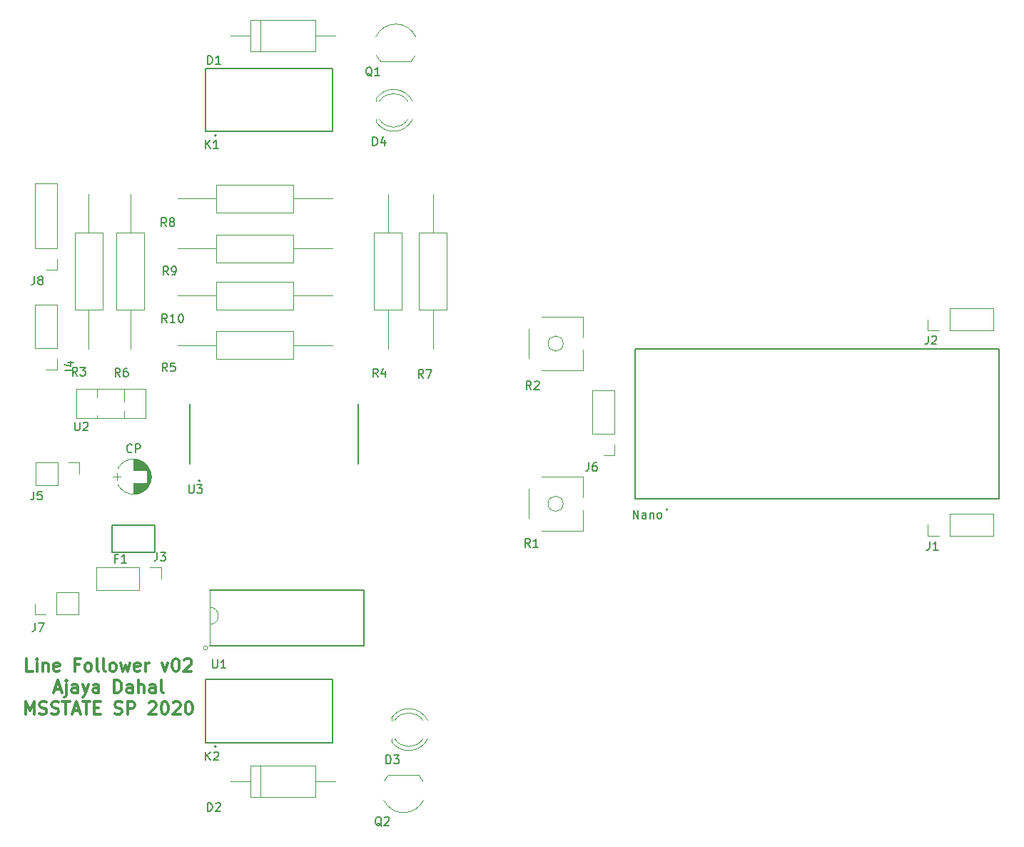
<source format=gbr>
G04 #@! TF.FileFunction,Legend,Top*
%FSLAX46Y46*%
G04 Gerber Fmt 4.6, Leading zero omitted, Abs format (unit mm)*
G04 Created by KiCad (PCBNEW 4.0.6) date 03/10/20 06:56:11*
%MOMM*%
%LPD*%
G01*
G04 APERTURE LIST*
%ADD10C,0.100000*%
%ADD11C,0.300000*%
%ADD12C,0.120000*%
%ADD13C,0.200000*%
%ADD14C,0.127000*%
%ADD15C,0.101600*%
%ADD16C,0.150000*%
G04 APERTURE END LIST*
D10*
D11*
X67438607Y-132382811D02*
X66724321Y-132382811D01*
X66724321Y-130882811D01*
X67938607Y-132382811D02*
X67938607Y-131382811D01*
X67938607Y-130882811D02*
X67867178Y-130954240D01*
X67938607Y-131025669D01*
X68010035Y-130954240D01*
X67938607Y-130882811D01*
X67938607Y-131025669D01*
X68652893Y-131382811D02*
X68652893Y-132382811D01*
X68652893Y-131525669D02*
X68724321Y-131454240D01*
X68867179Y-131382811D01*
X69081464Y-131382811D01*
X69224321Y-131454240D01*
X69295750Y-131597097D01*
X69295750Y-132382811D01*
X70581464Y-132311383D02*
X70438607Y-132382811D01*
X70152893Y-132382811D01*
X70010036Y-132311383D01*
X69938607Y-132168526D01*
X69938607Y-131597097D01*
X70010036Y-131454240D01*
X70152893Y-131382811D01*
X70438607Y-131382811D01*
X70581464Y-131454240D01*
X70652893Y-131597097D01*
X70652893Y-131739954D01*
X69938607Y-131882811D01*
X72938607Y-131597097D02*
X72438607Y-131597097D01*
X72438607Y-132382811D02*
X72438607Y-130882811D01*
X73152893Y-130882811D01*
X73938607Y-132382811D02*
X73795749Y-132311383D01*
X73724321Y-132239954D01*
X73652892Y-132097097D01*
X73652892Y-131668526D01*
X73724321Y-131525669D01*
X73795749Y-131454240D01*
X73938607Y-131382811D01*
X74152892Y-131382811D01*
X74295749Y-131454240D01*
X74367178Y-131525669D01*
X74438607Y-131668526D01*
X74438607Y-132097097D01*
X74367178Y-132239954D01*
X74295749Y-132311383D01*
X74152892Y-132382811D01*
X73938607Y-132382811D01*
X75295750Y-132382811D02*
X75152892Y-132311383D01*
X75081464Y-132168526D01*
X75081464Y-130882811D01*
X76081464Y-132382811D02*
X75938606Y-132311383D01*
X75867178Y-132168526D01*
X75867178Y-130882811D01*
X76867178Y-132382811D02*
X76724320Y-132311383D01*
X76652892Y-132239954D01*
X76581463Y-132097097D01*
X76581463Y-131668526D01*
X76652892Y-131525669D01*
X76724320Y-131454240D01*
X76867178Y-131382811D01*
X77081463Y-131382811D01*
X77224320Y-131454240D01*
X77295749Y-131525669D01*
X77367178Y-131668526D01*
X77367178Y-132097097D01*
X77295749Y-132239954D01*
X77224320Y-132311383D01*
X77081463Y-132382811D01*
X76867178Y-132382811D01*
X77867178Y-131382811D02*
X78152892Y-132382811D01*
X78438606Y-131668526D01*
X78724321Y-132382811D01*
X79010035Y-131382811D01*
X80152892Y-132311383D02*
X80010035Y-132382811D01*
X79724321Y-132382811D01*
X79581464Y-132311383D01*
X79510035Y-132168526D01*
X79510035Y-131597097D01*
X79581464Y-131454240D01*
X79724321Y-131382811D01*
X80010035Y-131382811D01*
X80152892Y-131454240D01*
X80224321Y-131597097D01*
X80224321Y-131739954D01*
X79510035Y-131882811D01*
X80867178Y-132382811D02*
X80867178Y-131382811D01*
X80867178Y-131668526D02*
X80938606Y-131525669D01*
X81010035Y-131454240D01*
X81152892Y-131382811D01*
X81295749Y-131382811D01*
X82795749Y-131382811D02*
X83152892Y-132382811D01*
X83510034Y-131382811D01*
X84367177Y-130882811D02*
X84510034Y-130882811D01*
X84652891Y-130954240D01*
X84724320Y-131025669D01*
X84795749Y-131168526D01*
X84867177Y-131454240D01*
X84867177Y-131811383D01*
X84795749Y-132097097D01*
X84724320Y-132239954D01*
X84652891Y-132311383D01*
X84510034Y-132382811D01*
X84367177Y-132382811D01*
X84224320Y-132311383D01*
X84152891Y-132239954D01*
X84081463Y-132097097D01*
X84010034Y-131811383D01*
X84010034Y-131454240D01*
X84081463Y-131168526D01*
X84152891Y-131025669D01*
X84224320Y-130954240D01*
X84367177Y-130882811D01*
X85438605Y-131025669D02*
X85510034Y-130954240D01*
X85652891Y-130882811D01*
X86010034Y-130882811D01*
X86152891Y-130954240D01*
X86224320Y-131025669D01*
X86295748Y-131168526D01*
X86295748Y-131311383D01*
X86224320Y-131525669D01*
X85367177Y-132382811D01*
X86295748Y-132382811D01*
X70081463Y-134504240D02*
X70795749Y-134504240D01*
X69938606Y-134932811D02*
X70438606Y-133432811D01*
X70938606Y-134932811D01*
X71438606Y-133932811D02*
X71438606Y-135218526D01*
X71367177Y-135361383D01*
X71224320Y-135432811D01*
X71152892Y-135432811D01*
X71438606Y-133432811D02*
X71367177Y-133504240D01*
X71438606Y-133575669D01*
X71510034Y-133504240D01*
X71438606Y-133432811D01*
X71438606Y-133575669D01*
X72795749Y-134932811D02*
X72795749Y-134147097D01*
X72724320Y-134004240D01*
X72581463Y-133932811D01*
X72295749Y-133932811D01*
X72152892Y-134004240D01*
X72795749Y-134861383D02*
X72652892Y-134932811D01*
X72295749Y-134932811D01*
X72152892Y-134861383D01*
X72081463Y-134718526D01*
X72081463Y-134575669D01*
X72152892Y-134432811D01*
X72295749Y-134361383D01*
X72652892Y-134361383D01*
X72795749Y-134289954D01*
X73367178Y-133932811D02*
X73724321Y-134932811D01*
X74081463Y-133932811D02*
X73724321Y-134932811D01*
X73581463Y-135289954D01*
X73510035Y-135361383D01*
X73367178Y-135432811D01*
X75295749Y-134932811D02*
X75295749Y-134147097D01*
X75224320Y-134004240D01*
X75081463Y-133932811D01*
X74795749Y-133932811D01*
X74652892Y-134004240D01*
X75295749Y-134861383D02*
X75152892Y-134932811D01*
X74795749Y-134932811D01*
X74652892Y-134861383D01*
X74581463Y-134718526D01*
X74581463Y-134575669D01*
X74652892Y-134432811D01*
X74795749Y-134361383D01*
X75152892Y-134361383D01*
X75295749Y-134289954D01*
X77152892Y-134932811D02*
X77152892Y-133432811D01*
X77510035Y-133432811D01*
X77724320Y-133504240D01*
X77867178Y-133647097D01*
X77938606Y-133789954D01*
X78010035Y-134075669D01*
X78010035Y-134289954D01*
X77938606Y-134575669D01*
X77867178Y-134718526D01*
X77724320Y-134861383D01*
X77510035Y-134932811D01*
X77152892Y-134932811D01*
X79295749Y-134932811D02*
X79295749Y-134147097D01*
X79224320Y-134004240D01*
X79081463Y-133932811D01*
X78795749Y-133932811D01*
X78652892Y-134004240D01*
X79295749Y-134861383D02*
X79152892Y-134932811D01*
X78795749Y-134932811D01*
X78652892Y-134861383D01*
X78581463Y-134718526D01*
X78581463Y-134575669D01*
X78652892Y-134432811D01*
X78795749Y-134361383D01*
X79152892Y-134361383D01*
X79295749Y-134289954D01*
X80010035Y-134932811D02*
X80010035Y-133432811D01*
X80652892Y-134932811D02*
X80652892Y-134147097D01*
X80581463Y-134004240D01*
X80438606Y-133932811D01*
X80224321Y-133932811D01*
X80081463Y-134004240D01*
X80010035Y-134075669D01*
X82010035Y-134932811D02*
X82010035Y-134147097D01*
X81938606Y-134004240D01*
X81795749Y-133932811D01*
X81510035Y-133932811D01*
X81367178Y-134004240D01*
X82010035Y-134861383D02*
X81867178Y-134932811D01*
X81510035Y-134932811D01*
X81367178Y-134861383D01*
X81295749Y-134718526D01*
X81295749Y-134575669D01*
X81367178Y-134432811D01*
X81510035Y-134361383D01*
X81867178Y-134361383D01*
X82010035Y-134289954D01*
X82938607Y-134932811D02*
X82795749Y-134861383D01*
X82724321Y-134718526D01*
X82724321Y-133432811D01*
X66617179Y-137482811D02*
X66617179Y-135982811D01*
X67117179Y-137054240D01*
X67617179Y-135982811D01*
X67617179Y-137482811D01*
X68260036Y-137411383D02*
X68474322Y-137482811D01*
X68831465Y-137482811D01*
X68974322Y-137411383D01*
X69045751Y-137339954D01*
X69117179Y-137197097D01*
X69117179Y-137054240D01*
X69045751Y-136911383D01*
X68974322Y-136839954D01*
X68831465Y-136768526D01*
X68545751Y-136697097D01*
X68402893Y-136625669D01*
X68331465Y-136554240D01*
X68260036Y-136411383D01*
X68260036Y-136268526D01*
X68331465Y-136125669D01*
X68402893Y-136054240D01*
X68545751Y-135982811D01*
X68902893Y-135982811D01*
X69117179Y-136054240D01*
X69688607Y-137411383D02*
X69902893Y-137482811D01*
X70260036Y-137482811D01*
X70402893Y-137411383D01*
X70474322Y-137339954D01*
X70545750Y-137197097D01*
X70545750Y-137054240D01*
X70474322Y-136911383D01*
X70402893Y-136839954D01*
X70260036Y-136768526D01*
X69974322Y-136697097D01*
X69831464Y-136625669D01*
X69760036Y-136554240D01*
X69688607Y-136411383D01*
X69688607Y-136268526D01*
X69760036Y-136125669D01*
X69831464Y-136054240D01*
X69974322Y-135982811D01*
X70331464Y-135982811D01*
X70545750Y-136054240D01*
X70974321Y-135982811D02*
X71831464Y-135982811D01*
X71402893Y-137482811D02*
X71402893Y-135982811D01*
X72260035Y-137054240D02*
X72974321Y-137054240D01*
X72117178Y-137482811D02*
X72617178Y-135982811D01*
X73117178Y-137482811D01*
X73402892Y-135982811D02*
X74260035Y-135982811D01*
X73831464Y-137482811D02*
X73831464Y-135982811D01*
X74760035Y-136697097D02*
X75260035Y-136697097D01*
X75474321Y-137482811D02*
X74760035Y-137482811D01*
X74760035Y-135982811D01*
X75474321Y-135982811D01*
X77188606Y-137411383D02*
X77402892Y-137482811D01*
X77760035Y-137482811D01*
X77902892Y-137411383D01*
X77974321Y-137339954D01*
X78045749Y-137197097D01*
X78045749Y-137054240D01*
X77974321Y-136911383D01*
X77902892Y-136839954D01*
X77760035Y-136768526D01*
X77474321Y-136697097D01*
X77331463Y-136625669D01*
X77260035Y-136554240D01*
X77188606Y-136411383D01*
X77188606Y-136268526D01*
X77260035Y-136125669D01*
X77331463Y-136054240D01*
X77474321Y-135982811D01*
X77831463Y-135982811D01*
X78045749Y-136054240D01*
X78688606Y-137482811D02*
X78688606Y-135982811D01*
X79260034Y-135982811D01*
X79402892Y-136054240D01*
X79474320Y-136125669D01*
X79545749Y-136268526D01*
X79545749Y-136482811D01*
X79474320Y-136625669D01*
X79402892Y-136697097D01*
X79260034Y-136768526D01*
X78688606Y-136768526D01*
X81260034Y-136125669D02*
X81331463Y-136054240D01*
X81474320Y-135982811D01*
X81831463Y-135982811D01*
X81974320Y-136054240D01*
X82045749Y-136125669D01*
X82117177Y-136268526D01*
X82117177Y-136411383D01*
X82045749Y-136625669D01*
X81188606Y-137482811D01*
X82117177Y-137482811D01*
X83045748Y-135982811D02*
X83188605Y-135982811D01*
X83331462Y-136054240D01*
X83402891Y-136125669D01*
X83474320Y-136268526D01*
X83545748Y-136554240D01*
X83545748Y-136911383D01*
X83474320Y-137197097D01*
X83402891Y-137339954D01*
X83331462Y-137411383D01*
X83188605Y-137482811D01*
X83045748Y-137482811D01*
X82902891Y-137411383D01*
X82831462Y-137339954D01*
X82760034Y-137197097D01*
X82688605Y-136911383D01*
X82688605Y-136554240D01*
X82760034Y-136268526D01*
X82831462Y-136125669D01*
X82902891Y-136054240D01*
X83045748Y-135982811D01*
X84117176Y-136125669D02*
X84188605Y-136054240D01*
X84331462Y-135982811D01*
X84688605Y-135982811D01*
X84831462Y-136054240D01*
X84902891Y-136125669D01*
X84974319Y-136268526D01*
X84974319Y-136411383D01*
X84902891Y-136625669D01*
X84045748Y-137482811D01*
X84974319Y-137482811D01*
X85902890Y-135982811D02*
X86045747Y-135982811D01*
X86188604Y-136054240D01*
X86260033Y-136125669D01*
X86331462Y-136268526D01*
X86402890Y-136554240D01*
X86402890Y-136911383D01*
X86331462Y-137197097D01*
X86260033Y-137339954D01*
X86188604Y-137411383D01*
X86045747Y-137482811D01*
X85902890Y-137482811D01*
X85760033Y-137411383D01*
X85688604Y-137339954D01*
X85617176Y-137197097D01*
X85545747Y-136911383D01*
X85545747Y-136554240D01*
X85617176Y-136268526D01*
X85688604Y-136125669D01*
X85760033Y-136054240D01*
X85902890Y-135982811D01*
D12*
X81265336Y-108306830D02*
G75*
G03X77572904Y-108306000I-1846436J-979170D01*
G01*
X81265336Y-110265170D02*
G75*
G02X77572904Y-110266000I-1846436J979170D01*
G01*
X81265336Y-110265170D02*
G75*
G03X81264896Y-108306000I-1846436J979170D01*
G01*
X79418900Y-110066000D02*
X79418900Y-111336000D01*
X79418900Y-107236000D02*
X79418900Y-108506000D01*
X79458900Y-107236000D02*
X79458900Y-108506000D01*
X79458900Y-110066000D02*
X79458900Y-111336000D01*
X79498900Y-107237000D02*
X79498900Y-108506000D01*
X79498900Y-110066000D02*
X79498900Y-111335000D01*
X79538900Y-107239000D02*
X79538900Y-108506000D01*
X79538900Y-110066000D02*
X79538900Y-111333000D01*
X79578900Y-107242000D02*
X79578900Y-108506000D01*
X79578900Y-110066000D02*
X79578900Y-111330000D01*
X79618900Y-107245000D02*
X79618900Y-108506000D01*
X79618900Y-110066000D02*
X79618900Y-111327000D01*
X79658900Y-107249000D02*
X79658900Y-108506000D01*
X79658900Y-110066000D02*
X79658900Y-111323000D01*
X79698900Y-107254000D02*
X79698900Y-108506000D01*
X79698900Y-110066000D02*
X79698900Y-111318000D01*
X79738900Y-107260000D02*
X79738900Y-108506000D01*
X79738900Y-110066000D02*
X79738900Y-111312000D01*
X79778900Y-107267000D02*
X79778900Y-108506000D01*
X79778900Y-110066000D02*
X79778900Y-111305000D01*
X79818900Y-107274000D02*
X79818900Y-108506000D01*
X79818900Y-110066000D02*
X79818900Y-111298000D01*
X79858900Y-107282000D02*
X79858900Y-108506000D01*
X79858900Y-110066000D02*
X79858900Y-111290000D01*
X79898900Y-107291000D02*
X79898900Y-108506000D01*
X79898900Y-110066000D02*
X79898900Y-111281000D01*
X79938900Y-107301000D02*
X79938900Y-108506000D01*
X79938900Y-110066000D02*
X79938900Y-111271000D01*
X79978900Y-107312000D02*
X79978900Y-108506000D01*
X79978900Y-110066000D02*
X79978900Y-111260000D01*
X80018900Y-107323000D02*
X80018900Y-108506000D01*
X80018900Y-110066000D02*
X80018900Y-111249000D01*
X80058900Y-107336000D02*
X80058900Y-108506000D01*
X80058900Y-110066000D02*
X80058900Y-111236000D01*
X80098900Y-107349000D02*
X80098900Y-108506000D01*
X80098900Y-110066000D02*
X80098900Y-111223000D01*
X80139900Y-107363000D02*
X80139900Y-108506000D01*
X80139900Y-110066000D02*
X80139900Y-111209000D01*
X80179900Y-107379000D02*
X80179900Y-108506000D01*
X80179900Y-110066000D02*
X80179900Y-111193000D01*
X80219900Y-107395000D02*
X80219900Y-108506000D01*
X80219900Y-110066000D02*
X80219900Y-111177000D01*
X80259900Y-107412000D02*
X80259900Y-108506000D01*
X80259900Y-110066000D02*
X80259900Y-111160000D01*
X80299900Y-107430000D02*
X80299900Y-108506000D01*
X80299900Y-110066000D02*
X80299900Y-111142000D01*
X80339900Y-107449000D02*
X80339900Y-108506000D01*
X80339900Y-110066000D02*
X80339900Y-111123000D01*
X80379900Y-107469000D02*
X80379900Y-108506000D01*
X80379900Y-110066000D02*
X80379900Y-111103000D01*
X80419900Y-107490000D02*
X80419900Y-108506000D01*
X80419900Y-110066000D02*
X80419900Y-111082000D01*
X80459900Y-107513000D02*
X80459900Y-108506000D01*
X80459900Y-110066000D02*
X80459900Y-111059000D01*
X80499900Y-107536000D02*
X80499900Y-108506000D01*
X80499900Y-110066000D02*
X80499900Y-111036000D01*
X80539900Y-107561000D02*
X80539900Y-108506000D01*
X80539900Y-110066000D02*
X80539900Y-111011000D01*
X80579900Y-107587000D02*
X80579900Y-108506000D01*
X80579900Y-110066000D02*
X80579900Y-110985000D01*
X80619900Y-107614000D02*
X80619900Y-108506000D01*
X80619900Y-110066000D02*
X80619900Y-110958000D01*
X80659900Y-107643000D02*
X80659900Y-108506000D01*
X80659900Y-110066000D02*
X80659900Y-110929000D01*
X80699900Y-107673000D02*
X80699900Y-108506000D01*
X80699900Y-110066000D02*
X80699900Y-110899000D01*
X80739900Y-107705000D02*
X80739900Y-108506000D01*
X80739900Y-110066000D02*
X80739900Y-110867000D01*
X80779900Y-107739000D02*
X80779900Y-108506000D01*
X80779900Y-110066000D02*
X80779900Y-110833000D01*
X80819900Y-107774000D02*
X80819900Y-108506000D01*
X80819900Y-110066000D02*
X80819900Y-110798000D01*
X80859900Y-107811000D02*
X80859900Y-108506000D01*
X80859900Y-110066000D02*
X80859900Y-110761000D01*
X80899900Y-107850000D02*
X80899900Y-108506000D01*
X80899900Y-110066000D02*
X80899900Y-110722000D01*
X80939900Y-107891000D02*
X80939900Y-108506000D01*
X80939900Y-110066000D02*
X80939900Y-110681000D01*
X80979900Y-107935000D02*
X80979900Y-110637000D01*
X81019900Y-107981000D02*
X81019900Y-110591000D01*
X81059900Y-108030000D02*
X81059900Y-110542000D01*
X81099900Y-108082000D02*
X81099900Y-110490000D01*
X81139900Y-108138000D02*
X81139900Y-110434000D01*
X81179900Y-108198000D02*
X81179900Y-110374000D01*
X81219900Y-108263000D02*
X81219900Y-110309000D01*
X81259900Y-108334000D02*
X81259900Y-110238000D01*
X81299900Y-108412000D02*
X81299900Y-110160000D01*
X81339900Y-108500000D02*
X81339900Y-110072000D01*
X81379900Y-108600000D02*
X81379900Y-109972000D01*
X81419900Y-108719000D02*
X81419900Y-109853000D01*
X81459900Y-108871000D02*
X81459900Y-109701000D01*
X81499900Y-109121000D02*
X81499900Y-109451000D01*
X76968900Y-109286000D02*
X77868900Y-109286000D01*
X77418900Y-108836000D02*
X77418900Y-109736000D01*
X93260000Y-55140000D02*
X93260000Y-58860000D01*
X93260000Y-58860000D02*
X100980000Y-58860000D01*
X100980000Y-58860000D02*
X100980000Y-55140000D01*
X100980000Y-55140000D02*
X93260000Y-55140000D01*
X90880000Y-57000000D02*
X93260000Y-57000000D01*
X103360000Y-57000000D02*
X100980000Y-57000000D01*
X94460000Y-55140000D02*
X94460000Y-58860000D01*
X93260000Y-143580000D02*
X93260000Y-147300000D01*
X93260000Y-147300000D02*
X100980000Y-147300000D01*
X100980000Y-147300000D02*
X100980000Y-143580000D01*
X100980000Y-143580000D02*
X93260000Y-143580000D01*
X90880000Y-145440000D02*
X93260000Y-145440000D01*
X103360000Y-145440000D02*
X100980000Y-145440000D01*
X94460000Y-143580000D02*
X94460000Y-147300000D01*
X114323242Y-138228276D02*
G75*
G03X110020000Y-137910251I-2243242J-1080724D01*
G01*
X114323242Y-140389724D02*
G75*
G02X110020000Y-140707749I-2243242J1080724D01*
G01*
X113762713Y-138228039D02*
G75*
G03X110396670Y-138229000I-1682713J-1080961D01*
G01*
X113762713Y-140389961D02*
G75*
G02X110396670Y-140389000I-1682713J1080961D01*
G01*
X110020000Y-137910000D02*
X110020000Y-138229000D01*
X110020000Y-140389000D02*
X110020000Y-140708000D01*
X112513242Y-64745876D02*
G75*
G03X108210000Y-64427851I-2243242J-1080724D01*
G01*
X112513242Y-66907324D02*
G75*
G02X108210000Y-67225349I-2243242J1080724D01*
G01*
X111952713Y-64745639D02*
G75*
G03X108586670Y-64746600I-1682713J-1080961D01*
G01*
X111952713Y-66907561D02*
G75*
G02X108586670Y-66906600I-1682713J1080961D01*
G01*
X108210000Y-64427600D02*
X108210000Y-64746600D01*
X108210000Y-66906600D02*
X108210000Y-67225600D01*
D13*
X81960500Y-118252000D02*
X76880500Y-118252000D01*
X76880500Y-118252000D02*
X76880500Y-115072000D01*
X76880500Y-115072000D02*
X81960500Y-115072000D01*
X81960500Y-115072000D02*
X81960500Y-118252000D01*
D12*
X181410000Y-116330000D02*
X181410000Y-113670000D01*
X176270000Y-116330000D02*
X181410000Y-116330000D01*
X176270000Y-113670000D02*
X181410000Y-113670000D01*
X176270000Y-116330000D02*
X176270000Y-113670000D01*
X175000000Y-116330000D02*
X173670000Y-116330000D01*
X173670000Y-116330000D02*
X173670000Y-115000000D01*
X181410000Y-91967400D02*
X181410000Y-89307400D01*
X176270000Y-91967400D02*
X181410000Y-91967400D01*
X176270000Y-89307400D02*
X181410000Y-89307400D01*
X176270000Y-91967400D02*
X176270000Y-89307400D01*
X175000000Y-91967400D02*
X173670000Y-91967400D01*
X173670000Y-91967400D02*
X173670000Y-90637400D01*
X74981800Y-120072000D02*
X74981800Y-122732000D01*
X80121800Y-120072000D02*
X74981800Y-120072000D01*
X80121800Y-122732000D02*
X74981800Y-122732000D01*
X80121800Y-120072000D02*
X80121800Y-122732000D01*
X81391800Y-120072000D02*
X82721800Y-120072000D01*
X82721800Y-120072000D02*
X82721800Y-121402000D01*
X70341800Y-88890800D02*
X67681800Y-88890800D01*
X70341800Y-94030800D02*
X70341800Y-88890800D01*
X67681800Y-94030800D02*
X67681800Y-88890800D01*
X70341800Y-94030800D02*
X67681800Y-94030800D01*
X70341800Y-95300800D02*
X70341800Y-96630800D01*
X70341800Y-96630800D02*
X69011800Y-96630800D01*
X67798600Y-107611000D02*
X67798600Y-110271000D01*
X70398600Y-107611000D02*
X67798600Y-107611000D01*
X70398600Y-110271000D02*
X67798600Y-110271000D01*
X70398600Y-107611000D02*
X70398600Y-110271000D01*
X71668600Y-107611000D02*
X72998600Y-107611000D01*
X72998600Y-107611000D02*
X72998600Y-108941000D01*
X136509000Y-99051000D02*
X133849000Y-99051000D01*
X136509000Y-104191000D02*
X136509000Y-99051000D01*
X133849000Y-104191000D02*
X133849000Y-99051000D01*
X136509000Y-104191000D02*
X133849000Y-104191000D01*
X136509000Y-105461000D02*
X136509000Y-106791000D01*
X136509000Y-106791000D02*
X135179000Y-106791000D01*
X72897000Y-125663000D02*
X72897000Y-123003000D01*
X70297000Y-125663000D02*
X72897000Y-125663000D01*
X70297000Y-123003000D02*
X72897000Y-123003000D01*
X70297000Y-125663000D02*
X70297000Y-123003000D01*
X69027000Y-125663000D02*
X67697000Y-125663000D01*
X67697000Y-125663000D02*
X67697000Y-124333000D01*
X70367200Y-74489000D02*
X67707200Y-74489000D01*
X70367200Y-82169000D02*
X70367200Y-74489000D01*
X67707200Y-82169000D02*
X67707200Y-74489000D01*
X70367200Y-82169000D02*
X67707200Y-82169000D01*
X70367200Y-83439000D02*
X70367200Y-84769000D01*
X70367200Y-84769000D02*
X69037200Y-84769000D01*
D14*
X88000000Y-68350000D02*
X88000000Y-60850000D01*
X88000000Y-60850000D02*
X103000000Y-60850000D01*
X103000000Y-60850000D02*
X103000000Y-68350000D01*
X103000000Y-68350000D02*
X88000000Y-68350000D01*
D13*
X89230000Y-68800000D02*
G75*
G03X89230000Y-68800000I-100000J0D01*
G01*
D14*
X88000000Y-140850000D02*
X88000000Y-133350000D01*
X88000000Y-133350000D02*
X103000000Y-133350000D01*
X103000000Y-133350000D02*
X103000000Y-140850000D01*
X103000000Y-140850000D02*
X88000000Y-140850000D01*
D13*
X89230000Y-141300000D02*
G75*
G03X89230000Y-141300000I-100000J0D01*
G01*
D12*
X108740000Y-60036300D02*
X112340000Y-60036300D01*
X108215816Y-59309095D02*
G75*
G03X108740000Y-60036300I2324184J1122795D01*
G01*
X108183600Y-57087493D02*
G75*
G02X110540000Y-55586300I2356400J-1098807D01*
G01*
X112896400Y-57087493D02*
G75*
G03X110540000Y-55586300I-2356400J-1098807D01*
G01*
X112864184Y-59309095D02*
G75*
G02X112340000Y-60036300I-2324184J1122795D01*
G01*
X113260000Y-144718000D02*
X109660000Y-144718000D01*
X113784184Y-145445205D02*
G75*
G03X113260000Y-144718000I-2324184J-1122795D01*
G01*
X113816400Y-147666807D02*
G75*
G02X111460000Y-149168000I-2356400J1098807D01*
G01*
X109103600Y-147666807D02*
G75*
G03X111460000Y-149168000I2356400J1098807D01*
G01*
X109135816Y-145445205D02*
G75*
G02X109660000Y-144718000I2324184J-1122795D01*
G01*
X130400000Y-112500000D02*
G75*
G03X130400000Y-112500000I-900000J0D01*
G01*
X127873000Y-109290000D02*
X132710000Y-109290000D01*
X127873000Y-115710000D02*
X132710000Y-115710000D01*
X126290000Y-110758000D02*
X126290000Y-114243000D01*
X132710000Y-109290000D02*
X132710000Y-111743000D01*
X132710000Y-113258000D02*
X132710000Y-115710000D01*
X130400000Y-93500000D02*
G75*
G03X130400000Y-93500000I-900000J0D01*
G01*
X127873000Y-90290000D02*
X132710000Y-90290000D01*
X127873000Y-96710000D02*
X132710000Y-96710000D01*
X126290000Y-91758000D02*
X126290000Y-95243000D01*
X132710000Y-90290000D02*
X132710000Y-92743000D01*
X132710000Y-94258000D02*
X132710000Y-96710000D01*
X72442000Y-89486400D02*
X75762000Y-89486400D01*
X75762000Y-89486400D02*
X75762000Y-80366400D01*
X75762000Y-80366400D02*
X72442000Y-80366400D01*
X72442000Y-80366400D02*
X72442000Y-89486400D01*
X74102000Y-94106400D02*
X74102000Y-89486400D01*
X74102000Y-75746400D02*
X74102000Y-80366400D01*
X107951000Y-89486400D02*
X111271000Y-89486400D01*
X111271000Y-89486400D02*
X111271000Y-80366400D01*
X111271000Y-80366400D02*
X107951000Y-80366400D01*
X107951000Y-80366400D02*
X107951000Y-89486400D01*
X109611000Y-94106400D02*
X109611000Y-89486400D01*
X109611000Y-75746400D02*
X109611000Y-80366400D01*
X89264000Y-92040600D02*
X89264000Y-95360600D01*
X89264000Y-95360600D02*
X98384000Y-95360600D01*
X98384000Y-95360600D02*
X98384000Y-92040600D01*
X98384000Y-92040600D02*
X89264000Y-92040600D01*
X84644000Y-93700600D02*
X89264000Y-93700600D01*
X103004000Y-93700600D02*
X98384000Y-93700600D01*
X77395000Y-89486400D02*
X80715000Y-89486400D01*
X80715000Y-89486400D02*
X80715000Y-80366400D01*
X80715000Y-80366400D02*
X77395000Y-80366400D01*
X77395000Y-80366400D02*
X77395000Y-89486400D01*
X79055000Y-94106400D02*
X79055000Y-89486400D01*
X79055000Y-75746400D02*
X79055000Y-80366400D01*
X113290000Y-89486400D02*
X116610000Y-89486400D01*
X116610000Y-89486400D02*
X116610000Y-80366400D01*
X116610000Y-80366400D02*
X113290000Y-80366400D01*
X113290000Y-80366400D02*
X113290000Y-89486400D01*
X114950000Y-94106400D02*
X114950000Y-89486400D01*
X114950000Y-75746400D02*
X114950000Y-80366400D01*
X89264000Y-74646700D02*
X89264000Y-77966700D01*
X89264000Y-77966700D02*
X98384000Y-77966700D01*
X98384000Y-77966700D02*
X98384000Y-74646700D01*
X98384000Y-74646700D02*
X89264000Y-74646700D01*
X84644000Y-76306700D02*
X89264000Y-76306700D01*
X103004000Y-76306700D02*
X98384000Y-76306700D01*
X89264000Y-80570000D02*
X89264000Y-83890000D01*
X89264000Y-83890000D02*
X98384000Y-83890000D01*
X98384000Y-83890000D02*
X98384000Y-80570000D01*
X98384000Y-80570000D02*
X89264000Y-80570000D01*
X84644000Y-82230000D02*
X89264000Y-82230000D01*
X103004000Y-82230000D02*
X98384000Y-82230000D01*
X89264000Y-86158000D02*
X89264000Y-89478000D01*
X89264000Y-89478000D02*
X98384000Y-89478000D01*
X98384000Y-89478000D02*
X98384000Y-86158000D01*
X98384000Y-86158000D02*
X89264000Y-86158000D01*
X84644000Y-87818000D02*
X89264000Y-87818000D01*
X103004000Y-87818000D02*
X98384000Y-87818000D01*
D13*
X142800000Y-113200000D02*
G75*
G03X142800000Y-113200000I-100000J0D01*
G01*
D14*
X138910000Y-111890000D02*
X138910000Y-94110000D01*
X138910000Y-94110000D02*
X182090000Y-94110000D01*
X182090000Y-94110000D02*
X182090000Y-111890000D01*
X182090000Y-111890000D02*
X138910000Y-111890000D01*
D15*
X88468200Y-126822000D02*
G75*
G03X88468200Y-124790000I0J1016000D01*
G01*
X88214200Y-129616000D02*
G75*
G03X88214200Y-129616000I-254000J0D01*
G01*
D16*
X106756200Y-129362000D02*
X88468200Y-129362000D01*
X106756200Y-122758000D02*
X106756200Y-129362000D01*
X88468200Y-122758000D02*
X106756200Y-122758000D01*
D15*
X88468200Y-129362000D02*
X88468200Y-122758000D01*
D12*
X72608300Y-98850000D02*
X80848300Y-98850000D01*
X72608300Y-102340000D02*
X80848300Y-102340000D01*
X72608300Y-98850000D02*
X72608300Y-102340000D01*
X80848300Y-98850000D02*
X80848300Y-102340000D01*
X75128300Y-98850000D02*
X75128300Y-99920000D01*
X75128300Y-102020000D02*
X75128300Y-102340000D01*
X78329300Y-98850000D02*
X78329300Y-100430000D01*
X78329300Y-101510000D02*
X78329300Y-102340000D01*
D13*
X87323600Y-109767000D02*
G75*
G03X87323600Y-109767000I-100000J0D01*
G01*
D14*
X86113600Y-107792000D02*
X86113600Y-100692000D01*
X106113600Y-107792000D02*
X106113600Y-100692000D01*
D16*
X79228424Y-106333143D02*
X79180805Y-106380762D01*
X79037948Y-106428381D01*
X78942710Y-106428381D01*
X78799852Y-106380762D01*
X78704614Y-106285524D01*
X78656995Y-106190286D01*
X78609376Y-105999810D01*
X78609376Y-105856952D01*
X78656995Y-105666476D01*
X78704614Y-105571238D01*
X78799852Y-105476000D01*
X78942710Y-105428381D01*
X79037948Y-105428381D01*
X79180805Y-105476000D01*
X79228424Y-105523619D01*
X79656995Y-106428381D02*
X79656995Y-105428381D01*
X80037948Y-105428381D01*
X80133186Y-105476000D01*
X80180805Y-105523619D01*
X80228424Y-105618857D01*
X80228424Y-105761714D01*
X80180805Y-105856952D01*
X80133186Y-105904571D01*
X80037948Y-105952190D01*
X79656995Y-105952190D01*
X88206865Y-60335421D02*
X88206865Y-59335421D01*
X88444960Y-59335421D01*
X88587818Y-59383040D01*
X88683056Y-59478278D01*
X88730675Y-59573516D01*
X88778294Y-59763992D01*
X88778294Y-59906850D01*
X88730675Y-60097326D01*
X88683056Y-60192564D01*
X88587818Y-60287802D01*
X88444960Y-60335421D01*
X88206865Y-60335421D01*
X89730675Y-60335421D02*
X89159246Y-60335421D01*
X89444960Y-60335421D02*
X89444960Y-59335421D01*
X89349722Y-59478278D01*
X89254484Y-59573516D01*
X89159246Y-59621135D01*
X88196705Y-148981021D02*
X88196705Y-147981021D01*
X88434800Y-147981021D01*
X88577658Y-148028640D01*
X88672896Y-148123878D01*
X88720515Y-148219116D01*
X88768134Y-148409592D01*
X88768134Y-148552450D01*
X88720515Y-148742926D01*
X88672896Y-148838164D01*
X88577658Y-148933402D01*
X88434800Y-148981021D01*
X88196705Y-148981021D01*
X89149086Y-148076259D02*
X89196705Y-148028640D01*
X89291943Y-147981021D01*
X89530039Y-147981021D01*
X89625277Y-148028640D01*
X89672896Y-148076259D01*
X89720515Y-148171497D01*
X89720515Y-148266735D01*
X89672896Y-148409592D01*
X89101467Y-148981021D01*
X89720515Y-148981021D01*
X109401345Y-143352941D02*
X109401345Y-142352941D01*
X109639440Y-142352941D01*
X109782298Y-142400560D01*
X109877536Y-142495798D01*
X109925155Y-142591036D01*
X109972774Y-142781512D01*
X109972774Y-142924370D01*
X109925155Y-143114846D01*
X109877536Y-143210084D01*
X109782298Y-143305322D01*
X109639440Y-143352941D01*
X109401345Y-143352941D01*
X110306107Y-142352941D02*
X110925155Y-142352941D01*
X110591821Y-142733893D01*
X110734679Y-142733893D01*
X110829917Y-142781512D01*
X110877536Y-142829131D01*
X110925155Y-142924370D01*
X110925155Y-143162465D01*
X110877536Y-143257703D01*
X110829917Y-143305322D01*
X110734679Y-143352941D01*
X110448964Y-143352941D01*
X110353726Y-143305322D01*
X110306107Y-143257703D01*
X107811345Y-69987381D02*
X107811345Y-68987381D01*
X108049440Y-68987381D01*
X108192298Y-69035000D01*
X108287536Y-69130238D01*
X108335155Y-69225476D01*
X108382774Y-69415952D01*
X108382774Y-69558810D01*
X108335155Y-69749286D01*
X108287536Y-69844524D01*
X108192298Y-69939762D01*
X108049440Y-69987381D01*
X107811345Y-69987381D01*
X109239917Y-69320714D02*
X109239917Y-69987381D01*
X109001821Y-68939762D02*
X108763726Y-69654048D01*
X109382774Y-69654048D01*
X77512607Y-119003331D02*
X77179273Y-119003331D01*
X77179273Y-119527141D02*
X77179273Y-118527141D01*
X77655464Y-118527141D01*
X78560226Y-119527141D02*
X77988797Y-119527141D01*
X78274511Y-119527141D02*
X78274511Y-118527141D01*
X78179273Y-118669998D01*
X78084035Y-118765236D01*
X77988797Y-118812855D01*
X173890347Y-116993421D02*
X173890347Y-117707707D01*
X173842727Y-117850564D01*
X173747489Y-117945802D01*
X173604632Y-117993421D01*
X173509394Y-117993421D01*
X174890347Y-117993421D02*
X174318918Y-117993421D01*
X174604632Y-117993421D02*
X174604632Y-116993421D01*
X174509394Y-117136278D01*
X174414156Y-117231516D01*
X174318918Y-117279135D01*
X173692227Y-92584061D02*
X173692227Y-93298347D01*
X173644607Y-93441204D01*
X173549369Y-93536442D01*
X173406512Y-93584061D01*
X173311274Y-93584061D01*
X174120798Y-92679299D02*
X174168417Y-92631680D01*
X174263655Y-92584061D01*
X174501751Y-92584061D01*
X174596989Y-92631680D01*
X174644608Y-92679299D01*
X174692227Y-92774537D01*
X174692227Y-92869775D01*
X174644608Y-93012632D01*
X174073179Y-93584061D01*
X174692227Y-93584061D01*
X82207707Y-118279621D02*
X82207707Y-118993907D01*
X82160087Y-119136764D01*
X82064849Y-119232002D01*
X81921992Y-119279621D01*
X81826754Y-119279621D01*
X82588659Y-118279621D02*
X83207707Y-118279621D01*
X82874373Y-118660573D01*
X83017231Y-118660573D01*
X83112469Y-118708192D01*
X83160088Y-118755811D01*
X83207707Y-118851050D01*
X83207707Y-119089145D01*
X83160088Y-119184383D01*
X83112469Y-119232002D01*
X83017231Y-119279621D01*
X82731516Y-119279621D01*
X82636278Y-119232002D01*
X82588659Y-119184383D01*
X71252981Y-96636053D02*
X71967267Y-96636053D01*
X72110124Y-96683673D01*
X72205362Y-96778911D01*
X72252981Y-96921768D01*
X72252981Y-97017006D01*
X71586314Y-95731291D02*
X72252981Y-95731291D01*
X71205362Y-95969387D02*
X71919648Y-96207482D01*
X71919648Y-95588434D01*
X67576067Y-111040061D02*
X67576067Y-111754347D01*
X67528447Y-111897204D01*
X67433209Y-111992442D01*
X67290352Y-112040061D01*
X67195114Y-112040061D01*
X68528448Y-111040061D02*
X68052257Y-111040061D01*
X68004638Y-111516251D01*
X68052257Y-111468632D01*
X68147495Y-111421013D01*
X68385591Y-111421013D01*
X68480829Y-111468632D01*
X68528448Y-111516251D01*
X68576067Y-111611490D01*
X68576067Y-111849585D01*
X68528448Y-111944823D01*
X68480829Y-111992442D01*
X68385591Y-112040061D01*
X68147495Y-112040061D01*
X68052257Y-111992442D01*
X68004638Y-111944823D01*
X133428347Y-107626101D02*
X133428347Y-108340387D01*
X133380727Y-108483244D01*
X133285489Y-108578482D01*
X133142632Y-108626101D01*
X133047394Y-108626101D01*
X134333109Y-107626101D02*
X134142632Y-107626101D01*
X134047394Y-107673720D01*
X133999775Y-107721339D01*
X133904537Y-107864196D01*
X133856918Y-108054672D01*
X133856918Y-108435625D01*
X133904537Y-108530863D01*
X133952156Y-108578482D01*
X134047394Y-108626101D01*
X134237871Y-108626101D01*
X134333109Y-108578482D01*
X134380728Y-108530863D01*
X134428347Y-108435625D01*
X134428347Y-108197530D01*
X134380728Y-108102291D01*
X134333109Y-108054672D01*
X134237871Y-108007053D01*
X134047394Y-108007053D01*
X133952156Y-108054672D01*
X133904537Y-108102291D01*
X133856918Y-108197530D01*
X67738627Y-126635261D02*
X67738627Y-127349547D01*
X67691007Y-127492404D01*
X67595769Y-127587642D01*
X67452912Y-127635261D01*
X67357674Y-127635261D01*
X68119579Y-126635261D02*
X68786246Y-126635261D01*
X68357674Y-127635261D01*
X67672627Y-85512661D02*
X67672627Y-86226947D01*
X67625007Y-86369804D01*
X67529769Y-86465042D01*
X67386912Y-86512661D01*
X67291674Y-86512661D01*
X68291674Y-85941232D02*
X68196436Y-85893613D01*
X68148817Y-85845994D01*
X68101198Y-85750756D01*
X68101198Y-85703137D01*
X68148817Y-85607899D01*
X68196436Y-85560280D01*
X68291674Y-85512661D01*
X68482151Y-85512661D01*
X68577389Y-85560280D01*
X68625008Y-85607899D01*
X68672627Y-85703137D01*
X68672627Y-85750756D01*
X68625008Y-85845994D01*
X68577389Y-85893613D01*
X68482151Y-85941232D01*
X68291674Y-85941232D01*
X68196436Y-85988851D01*
X68148817Y-86036470D01*
X68101198Y-86131709D01*
X68101198Y-86322185D01*
X68148817Y-86417423D01*
X68196436Y-86465042D01*
X68291674Y-86512661D01*
X68482151Y-86512661D01*
X68577389Y-86465042D01*
X68625008Y-86417423D01*
X68672627Y-86322185D01*
X68672627Y-86131709D01*
X68625008Y-86036470D01*
X68577389Y-85988851D01*
X68482151Y-85941232D01*
X87950705Y-70353181D02*
X87950705Y-69353181D01*
X88522134Y-70353181D02*
X88093562Y-69781752D01*
X88522134Y-69353181D02*
X87950705Y-69924610D01*
X89474515Y-70353181D02*
X88903086Y-70353181D01*
X89188800Y-70353181D02*
X89188800Y-69353181D01*
X89093562Y-69496038D01*
X88998324Y-69591276D01*
X88903086Y-69638895D01*
X87986265Y-142931141D02*
X87986265Y-141931141D01*
X88557694Y-142931141D02*
X88129122Y-142359712D01*
X88557694Y-141931141D02*
X87986265Y-142502570D01*
X88938646Y-142026379D02*
X88986265Y-141978760D01*
X89081503Y-141931141D01*
X89319599Y-141931141D01*
X89414837Y-141978760D01*
X89462456Y-142026379D01*
X89510075Y-142121617D01*
X89510075Y-142216855D01*
X89462456Y-142359712D01*
X88891027Y-142931141D01*
X89510075Y-142931141D01*
X107727762Y-61792079D02*
X107632524Y-61744460D01*
X107537286Y-61649222D01*
X107394429Y-61506365D01*
X107299190Y-61458746D01*
X107203952Y-61458746D01*
X107251571Y-61696841D02*
X107156333Y-61649222D01*
X107061095Y-61553984D01*
X107013476Y-61363508D01*
X107013476Y-61030174D01*
X107061095Y-60839698D01*
X107156333Y-60744460D01*
X107251571Y-60696841D01*
X107442048Y-60696841D01*
X107537286Y-60744460D01*
X107632524Y-60839698D01*
X107680143Y-61030174D01*
X107680143Y-61363508D01*
X107632524Y-61553984D01*
X107537286Y-61649222D01*
X107442048Y-61696841D01*
X107251571Y-61696841D01*
X108632524Y-61696841D02*
X108061095Y-61696841D01*
X108346809Y-61696841D02*
X108346809Y-60696841D01*
X108251571Y-60839698D01*
X108156333Y-60934936D01*
X108061095Y-60982555D01*
X108850442Y-150763059D02*
X108755204Y-150715440D01*
X108659966Y-150620202D01*
X108517109Y-150477345D01*
X108421870Y-150429726D01*
X108326632Y-150429726D01*
X108374251Y-150667821D02*
X108279013Y-150620202D01*
X108183775Y-150524964D01*
X108136156Y-150334488D01*
X108136156Y-150001154D01*
X108183775Y-149810678D01*
X108279013Y-149715440D01*
X108374251Y-149667821D01*
X108564728Y-149667821D01*
X108659966Y-149715440D01*
X108755204Y-149810678D01*
X108802823Y-150001154D01*
X108802823Y-150334488D01*
X108755204Y-150524964D01*
X108659966Y-150620202D01*
X108564728Y-150667821D01*
X108374251Y-150667821D01*
X109183775Y-149763059D02*
X109231394Y-149715440D01*
X109326632Y-149667821D01*
X109564728Y-149667821D01*
X109659966Y-149715440D01*
X109707585Y-149763059D01*
X109755204Y-149858297D01*
X109755204Y-149953535D01*
X109707585Y-150096392D01*
X109136156Y-150667821D01*
X109755204Y-150667821D01*
X126477734Y-117647981D02*
X126144400Y-117171790D01*
X125906305Y-117647981D02*
X125906305Y-116647981D01*
X126287258Y-116647981D01*
X126382496Y-116695600D01*
X126430115Y-116743219D01*
X126477734Y-116838457D01*
X126477734Y-116981314D01*
X126430115Y-117076552D01*
X126382496Y-117124171D01*
X126287258Y-117171790D01*
X125906305Y-117171790D01*
X127430115Y-117647981D02*
X126858686Y-117647981D01*
X127144400Y-117647981D02*
X127144400Y-116647981D01*
X127049162Y-116790838D01*
X126953924Y-116886076D01*
X126858686Y-116933695D01*
X126604734Y-98953581D02*
X126271400Y-98477390D01*
X126033305Y-98953581D02*
X126033305Y-97953581D01*
X126414258Y-97953581D01*
X126509496Y-98001200D01*
X126557115Y-98048819D01*
X126604734Y-98144057D01*
X126604734Y-98286914D01*
X126557115Y-98382152D01*
X126509496Y-98429771D01*
X126414258Y-98477390D01*
X126033305Y-98477390D01*
X126985686Y-98048819D02*
X127033305Y-98001200D01*
X127128543Y-97953581D01*
X127366639Y-97953581D01*
X127461877Y-98001200D01*
X127509496Y-98048819D01*
X127557115Y-98144057D01*
X127557115Y-98239295D01*
X127509496Y-98382152D01*
X126938067Y-98953581D01*
X127557115Y-98953581D01*
X72756774Y-97312781D02*
X72423440Y-96836590D01*
X72185345Y-97312781D02*
X72185345Y-96312781D01*
X72566298Y-96312781D01*
X72661536Y-96360400D01*
X72709155Y-96408019D01*
X72756774Y-96503257D01*
X72756774Y-96646114D01*
X72709155Y-96741352D01*
X72661536Y-96788971D01*
X72566298Y-96836590D01*
X72185345Y-96836590D01*
X73090107Y-96312781D02*
X73709155Y-96312781D01*
X73375821Y-96693733D01*
X73518679Y-96693733D01*
X73613917Y-96741352D01*
X73661536Y-96788971D01*
X73709155Y-96884210D01*
X73709155Y-97122305D01*
X73661536Y-97217543D01*
X73613917Y-97265162D01*
X73518679Y-97312781D01*
X73232964Y-97312781D01*
X73137726Y-97265162D01*
X73090107Y-97217543D01*
X108408014Y-97465181D02*
X108074680Y-96988990D01*
X107836585Y-97465181D02*
X107836585Y-96465181D01*
X108217538Y-96465181D01*
X108312776Y-96512800D01*
X108360395Y-96560419D01*
X108408014Y-96655657D01*
X108408014Y-96798514D01*
X108360395Y-96893752D01*
X108312776Y-96941371D01*
X108217538Y-96988990D01*
X107836585Y-96988990D01*
X109265157Y-96798514D02*
X109265157Y-97465181D01*
X109027061Y-96417562D02*
X108788966Y-97131848D01*
X109408014Y-97131848D01*
X83409534Y-96794581D02*
X83076200Y-96318390D01*
X82838105Y-96794581D02*
X82838105Y-95794581D01*
X83219058Y-95794581D01*
X83314296Y-95842200D01*
X83361915Y-95889819D01*
X83409534Y-95985057D01*
X83409534Y-96127914D01*
X83361915Y-96223152D01*
X83314296Y-96270771D01*
X83219058Y-96318390D01*
X82838105Y-96318390D01*
X84314296Y-95794581D02*
X83838105Y-95794581D01*
X83790486Y-96270771D01*
X83838105Y-96223152D01*
X83933343Y-96175533D01*
X84171439Y-96175533D01*
X84266677Y-96223152D01*
X84314296Y-96270771D01*
X84361915Y-96366010D01*
X84361915Y-96604105D01*
X84314296Y-96699343D01*
X84266677Y-96746962D01*
X84171439Y-96794581D01*
X83933343Y-96794581D01*
X83838105Y-96746962D01*
X83790486Y-96699343D01*
X77821534Y-97419461D02*
X77488200Y-96943270D01*
X77250105Y-97419461D02*
X77250105Y-96419461D01*
X77631058Y-96419461D01*
X77726296Y-96467080D01*
X77773915Y-96514699D01*
X77821534Y-96609937D01*
X77821534Y-96752794D01*
X77773915Y-96848032D01*
X77726296Y-96895651D01*
X77631058Y-96943270D01*
X77250105Y-96943270D01*
X78678677Y-96419461D02*
X78488200Y-96419461D01*
X78392962Y-96467080D01*
X78345343Y-96514699D01*
X78250105Y-96657556D01*
X78202486Y-96848032D01*
X78202486Y-97228985D01*
X78250105Y-97324223D01*
X78297724Y-97371842D01*
X78392962Y-97419461D01*
X78583439Y-97419461D01*
X78678677Y-97371842D01*
X78726296Y-97324223D01*
X78773915Y-97228985D01*
X78773915Y-96990890D01*
X78726296Y-96895651D01*
X78678677Y-96848032D01*
X78583439Y-96800413D01*
X78392962Y-96800413D01*
X78297724Y-96848032D01*
X78250105Y-96895651D01*
X78202486Y-96990890D01*
X113818134Y-97571861D02*
X113484800Y-97095670D01*
X113246705Y-97571861D02*
X113246705Y-96571861D01*
X113627658Y-96571861D01*
X113722896Y-96619480D01*
X113770515Y-96667099D01*
X113818134Y-96762337D01*
X113818134Y-96905194D01*
X113770515Y-97000432D01*
X113722896Y-97048051D01*
X113627658Y-97095670D01*
X113246705Y-97095670D01*
X114151467Y-96571861D02*
X114818134Y-96571861D01*
X114389562Y-97571861D01*
X83307934Y-79598801D02*
X82974600Y-79122610D01*
X82736505Y-79598801D02*
X82736505Y-78598801D01*
X83117458Y-78598801D01*
X83212696Y-78646420D01*
X83260315Y-78694039D01*
X83307934Y-78789277D01*
X83307934Y-78932134D01*
X83260315Y-79027372D01*
X83212696Y-79074991D01*
X83117458Y-79122610D01*
X82736505Y-79122610D01*
X83879362Y-79027372D02*
X83784124Y-78979753D01*
X83736505Y-78932134D01*
X83688886Y-78836896D01*
X83688886Y-78789277D01*
X83736505Y-78694039D01*
X83784124Y-78646420D01*
X83879362Y-78598801D01*
X84069839Y-78598801D01*
X84165077Y-78646420D01*
X84212696Y-78694039D01*
X84260315Y-78789277D01*
X84260315Y-78836896D01*
X84212696Y-78932134D01*
X84165077Y-78979753D01*
X84069839Y-79027372D01*
X83879362Y-79027372D01*
X83784124Y-79074991D01*
X83736505Y-79122610D01*
X83688886Y-79217849D01*
X83688886Y-79408325D01*
X83736505Y-79503563D01*
X83784124Y-79551182D01*
X83879362Y-79598801D01*
X84069839Y-79598801D01*
X84165077Y-79551182D01*
X84212696Y-79503563D01*
X84260315Y-79408325D01*
X84260315Y-79217849D01*
X84212696Y-79122610D01*
X84165077Y-79074991D01*
X84069839Y-79027372D01*
X83536534Y-85349381D02*
X83203200Y-84873190D01*
X82965105Y-85349381D02*
X82965105Y-84349381D01*
X83346058Y-84349381D01*
X83441296Y-84397000D01*
X83488915Y-84444619D01*
X83536534Y-84539857D01*
X83536534Y-84682714D01*
X83488915Y-84777952D01*
X83441296Y-84825571D01*
X83346058Y-84873190D01*
X82965105Y-84873190D01*
X84012724Y-85349381D02*
X84203200Y-85349381D01*
X84298439Y-85301762D01*
X84346058Y-85254143D01*
X84441296Y-85111286D01*
X84488915Y-84920810D01*
X84488915Y-84539857D01*
X84441296Y-84444619D01*
X84393677Y-84397000D01*
X84298439Y-84349381D01*
X84107962Y-84349381D01*
X84012724Y-84397000D01*
X83965105Y-84444619D01*
X83917486Y-84539857D01*
X83917486Y-84777952D01*
X83965105Y-84873190D01*
X84012724Y-84920810D01*
X84107962Y-84968429D01*
X84298439Y-84968429D01*
X84393677Y-84920810D01*
X84441296Y-84873190D01*
X84488915Y-84777952D01*
X83405783Y-90988181D02*
X83072449Y-90511990D01*
X82834354Y-90988181D02*
X82834354Y-89988181D01*
X83215307Y-89988181D01*
X83310545Y-90035800D01*
X83358164Y-90083419D01*
X83405783Y-90178657D01*
X83405783Y-90321514D01*
X83358164Y-90416752D01*
X83310545Y-90464371D01*
X83215307Y-90511990D01*
X82834354Y-90511990D01*
X84358164Y-90988181D02*
X83786735Y-90988181D01*
X84072449Y-90988181D02*
X84072449Y-89988181D01*
X83977211Y-90131038D01*
X83881973Y-90226276D01*
X83786735Y-90273895D01*
X84977211Y-89988181D02*
X85072450Y-89988181D01*
X85167688Y-90035800D01*
X85215307Y-90083419D01*
X85262926Y-90178657D01*
X85310545Y-90369133D01*
X85310545Y-90607229D01*
X85262926Y-90797705D01*
X85215307Y-90892943D01*
X85167688Y-90940562D01*
X85072450Y-90988181D01*
X84977211Y-90988181D01*
X84881973Y-90940562D01*
X84834354Y-90892943D01*
X84786735Y-90797705D01*
X84739116Y-90607229D01*
X84739116Y-90369133D01*
X84786735Y-90178657D01*
X84834354Y-90083419D01*
X84881973Y-90035800D01*
X84977211Y-89988181D01*
X138732783Y-114244381D02*
X138732783Y-113244381D01*
X139304212Y-114244381D01*
X139304212Y-113244381D01*
X140208974Y-114244381D02*
X140208974Y-113720571D01*
X140161355Y-113625333D01*
X140066117Y-113577714D01*
X139875640Y-113577714D01*
X139780402Y-113625333D01*
X140208974Y-114196762D02*
X140113736Y-114244381D01*
X139875640Y-114244381D01*
X139780402Y-114196762D01*
X139732783Y-114101524D01*
X139732783Y-114006286D01*
X139780402Y-113911048D01*
X139875640Y-113863429D01*
X140113736Y-113863429D01*
X140208974Y-113815810D01*
X140685164Y-113577714D02*
X140685164Y-114244381D01*
X140685164Y-113672952D02*
X140732783Y-113625333D01*
X140828021Y-113577714D01*
X140970879Y-113577714D01*
X141066117Y-113625333D01*
X141113736Y-113720571D01*
X141113736Y-114244381D01*
X141732783Y-114244381D02*
X141637545Y-114196762D01*
X141589926Y-114149143D01*
X141542307Y-114053905D01*
X141542307Y-113768190D01*
X141589926Y-113672952D01*
X141637545Y-113625333D01*
X141732783Y-113577714D01*
X141875641Y-113577714D01*
X141970879Y-113625333D01*
X142018498Y-113672952D01*
X142066117Y-113768190D01*
X142066117Y-114053905D01*
X142018498Y-114149143D01*
X141970879Y-114196762D01*
X141875641Y-114244381D01*
X141732783Y-114244381D01*
X88788335Y-130988621D02*
X88788335Y-131798145D01*
X88835954Y-131893383D01*
X88883573Y-131941002D01*
X88978811Y-131988621D01*
X89169288Y-131988621D01*
X89264526Y-131941002D01*
X89312145Y-131893383D01*
X89359764Y-131798145D01*
X89359764Y-130988621D01*
X90359764Y-131988621D02*
X89788335Y-131988621D01*
X90074049Y-131988621D02*
X90074049Y-130988621D01*
X89978811Y-131131478D01*
X89883573Y-131226716D01*
X89788335Y-131274335D01*
X72451035Y-102820141D02*
X72451035Y-103629665D01*
X72498654Y-103724903D01*
X72546273Y-103772522D01*
X72641511Y-103820141D01*
X72831988Y-103820141D01*
X72927226Y-103772522D01*
X72974845Y-103724903D01*
X73022464Y-103629665D01*
X73022464Y-102820141D01*
X73451035Y-102915379D02*
X73498654Y-102867760D01*
X73593892Y-102820141D01*
X73831988Y-102820141D01*
X73927226Y-102867760D01*
X73974845Y-102915379D01*
X74022464Y-103010617D01*
X74022464Y-103105855D01*
X73974845Y-103248712D01*
X73403416Y-103820141D01*
X74022464Y-103820141D01*
X85994335Y-110247581D02*
X85994335Y-111057105D01*
X86041954Y-111152343D01*
X86089573Y-111199962D01*
X86184811Y-111247581D01*
X86375288Y-111247581D01*
X86470526Y-111199962D01*
X86518145Y-111152343D01*
X86565764Y-111057105D01*
X86565764Y-110247581D01*
X86946716Y-110247581D02*
X87565764Y-110247581D01*
X87232430Y-110628533D01*
X87375288Y-110628533D01*
X87470526Y-110676152D01*
X87518145Y-110723771D01*
X87565764Y-110819010D01*
X87565764Y-111057105D01*
X87518145Y-111152343D01*
X87470526Y-111199962D01*
X87375288Y-111247581D01*
X87089573Y-111247581D01*
X86994335Y-111199962D01*
X86946716Y-111152343D01*
M02*

</source>
